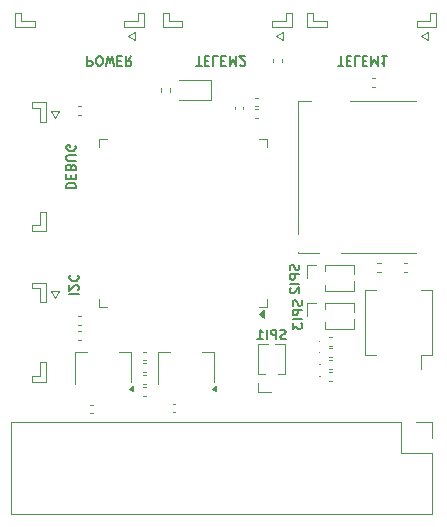
<source format=gbr>
%TF.GenerationSoftware,KiCad,Pcbnew,8.0.8-8.0.8-0~ubuntu24.04.1*%
%TF.CreationDate,2025-02-05T20:44:44+09:00*%
%TF.ProjectId,STM32-FC,53544d33-322d-4464-932e-6b696361645f,rev?*%
%TF.SameCoordinates,Original*%
%TF.FileFunction,Legend,Bot*%
%TF.FilePolarity,Positive*%
%FSLAX46Y46*%
G04 Gerber Fmt 4.6, Leading zero omitted, Abs format (unit mm)*
G04 Created by KiCad (PCBNEW 8.0.8-8.0.8-0~ubuntu24.04.1) date 2025-02-05 20:44:44*
%MOMM*%
%LPD*%
G01*
G04 APERTURE LIST*
%ADD10C,0.160000*%
%ADD11C,0.120000*%
%ADD12C,0.100000*%
G04 APERTURE END LIST*
D10*
X144450000Y-100553680D02*
X144335714Y-100591775D01*
X144335714Y-100591775D02*
X144145238Y-100591775D01*
X144145238Y-100591775D02*
X144069047Y-100553680D01*
X144069047Y-100553680D02*
X144030952Y-100515584D01*
X144030952Y-100515584D02*
X143992857Y-100439394D01*
X143992857Y-100439394D02*
X143992857Y-100363203D01*
X143992857Y-100363203D02*
X144030952Y-100287013D01*
X144030952Y-100287013D02*
X144069047Y-100248918D01*
X144069047Y-100248918D02*
X144145238Y-100210822D01*
X144145238Y-100210822D02*
X144297619Y-100172727D01*
X144297619Y-100172727D02*
X144373809Y-100134632D01*
X144373809Y-100134632D02*
X144411904Y-100096537D01*
X144411904Y-100096537D02*
X144450000Y-100020346D01*
X144450000Y-100020346D02*
X144450000Y-99944156D01*
X144450000Y-99944156D02*
X144411904Y-99867965D01*
X144411904Y-99867965D02*
X144373809Y-99829870D01*
X144373809Y-99829870D02*
X144297619Y-99791775D01*
X144297619Y-99791775D02*
X144107142Y-99791775D01*
X144107142Y-99791775D02*
X143992857Y-99829870D01*
X143649999Y-100591775D02*
X143649999Y-99791775D01*
X143649999Y-99791775D02*
X143345237Y-99791775D01*
X143345237Y-99791775D02*
X143269047Y-99829870D01*
X143269047Y-99829870D02*
X143230952Y-99867965D01*
X143230952Y-99867965D02*
X143192856Y-99944156D01*
X143192856Y-99944156D02*
X143192856Y-100058441D01*
X143192856Y-100058441D02*
X143230952Y-100134632D01*
X143230952Y-100134632D02*
X143269047Y-100172727D01*
X143269047Y-100172727D02*
X143345237Y-100210822D01*
X143345237Y-100210822D02*
X143649999Y-100210822D01*
X142849999Y-100591775D02*
X142849999Y-99791775D01*
X142050000Y-100591775D02*
X142507143Y-100591775D01*
X142278571Y-100591775D02*
X142278571Y-99791775D01*
X142278571Y-99791775D02*
X142354762Y-99906060D01*
X142354762Y-99906060D02*
X142430952Y-99982251D01*
X142430952Y-99982251D02*
X142507143Y-100020346D01*
X145803680Y-97299999D02*
X145841775Y-97414285D01*
X145841775Y-97414285D02*
X145841775Y-97604761D01*
X145841775Y-97604761D02*
X145803680Y-97680952D01*
X145803680Y-97680952D02*
X145765584Y-97719047D01*
X145765584Y-97719047D02*
X145689394Y-97757142D01*
X145689394Y-97757142D02*
X145613203Y-97757142D01*
X145613203Y-97757142D02*
X145537013Y-97719047D01*
X145537013Y-97719047D02*
X145498918Y-97680952D01*
X145498918Y-97680952D02*
X145460822Y-97604761D01*
X145460822Y-97604761D02*
X145422727Y-97452380D01*
X145422727Y-97452380D02*
X145384632Y-97376190D01*
X145384632Y-97376190D02*
X145346537Y-97338095D01*
X145346537Y-97338095D02*
X145270346Y-97299999D01*
X145270346Y-97299999D02*
X145194156Y-97299999D01*
X145194156Y-97299999D02*
X145117965Y-97338095D01*
X145117965Y-97338095D02*
X145079870Y-97376190D01*
X145079870Y-97376190D02*
X145041775Y-97452380D01*
X145041775Y-97452380D02*
X145041775Y-97642857D01*
X145041775Y-97642857D02*
X145079870Y-97757142D01*
X145841775Y-98100000D02*
X145041775Y-98100000D01*
X145041775Y-98100000D02*
X145041775Y-98404762D01*
X145041775Y-98404762D02*
X145079870Y-98480952D01*
X145079870Y-98480952D02*
X145117965Y-98519047D01*
X145117965Y-98519047D02*
X145194156Y-98557143D01*
X145194156Y-98557143D02*
X145308441Y-98557143D01*
X145308441Y-98557143D02*
X145384632Y-98519047D01*
X145384632Y-98519047D02*
X145422727Y-98480952D01*
X145422727Y-98480952D02*
X145460822Y-98404762D01*
X145460822Y-98404762D02*
X145460822Y-98100000D01*
X145841775Y-98900000D02*
X145041775Y-98900000D01*
X145041775Y-99204761D02*
X145041775Y-99699999D01*
X145041775Y-99699999D02*
X145346537Y-99433333D01*
X145346537Y-99433333D02*
X145346537Y-99547618D01*
X145346537Y-99547618D02*
X145384632Y-99623809D01*
X145384632Y-99623809D02*
X145422727Y-99661904D01*
X145422727Y-99661904D02*
X145498918Y-99699999D01*
X145498918Y-99699999D02*
X145689394Y-99699999D01*
X145689394Y-99699999D02*
X145765584Y-99661904D01*
X145765584Y-99661904D02*
X145803680Y-99623809D01*
X145803680Y-99623809D02*
X145841775Y-99547618D01*
X145841775Y-99547618D02*
X145841775Y-99319047D01*
X145841775Y-99319047D02*
X145803680Y-99242856D01*
X145803680Y-99242856D02*
X145765584Y-99204761D01*
X145573680Y-94299999D02*
X145611775Y-94414285D01*
X145611775Y-94414285D02*
X145611775Y-94604761D01*
X145611775Y-94604761D02*
X145573680Y-94680952D01*
X145573680Y-94680952D02*
X145535584Y-94719047D01*
X145535584Y-94719047D02*
X145459394Y-94757142D01*
X145459394Y-94757142D02*
X145383203Y-94757142D01*
X145383203Y-94757142D02*
X145307013Y-94719047D01*
X145307013Y-94719047D02*
X145268918Y-94680952D01*
X145268918Y-94680952D02*
X145230822Y-94604761D01*
X145230822Y-94604761D02*
X145192727Y-94452380D01*
X145192727Y-94452380D02*
X145154632Y-94376190D01*
X145154632Y-94376190D02*
X145116537Y-94338095D01*
X145116537Y-94338095D02*
X145040346Y-94299999D01*
X145040346Y-94299999D02*
X144964156Y-94299999D01*
X144964156Y-94299999D02*
X144887965Y-94338095D01*
X144887965Y-94338095D02*
X144849870Y-94376190D01*
X144849870Y-94376190D02*
X144811775Y-94452380D01*
X144811775Y-94452380D02*
X144811775Y-94642857D01*
X144811775Y-94642857D02*
X144849870Y-94757142D01*
X145611775Y-95100000D02*
X144811775Y-95100000D01*
X144811775Y-95100000D02*
X144811775Y-95404762D01*
X144811775Y-95404762D02*
X144849870Y-95480952D01*
X144849870Y-95480952D02*
X144887965Y-95519047D01*
X144887965Y-95519047D02*
X144964156Y-95557143D01*
X144964156Y-95557143D02*
X145078441Y-95557143D01*
X145078441Y-95557143D02*
X145154632Y-95519047D01*
X145154632Y-95519047D02*
X145192727Y-95480952D01*
X145192727Y-95480952D02*
X145230822Y-95404762D01*
X145230822Y-95404762D02*
X145230822Y-95100000D01*
X145611775Y-95900000D02*
X144811775Y-95900000D01*
X144887965Y-96242856D02*
X144849870Y-96280952D01*
X144849870Y-96280952D02*
X144811775Y-96357142D01*
X144811775Y-96357142D02*
X144811775Y-96547618D01*
X144811775Y-96547618D02*
X144849870Y-96623809D01*
X144849870Y-96623809D02*
X144887965Y-96661904D01*
X144887965Y-96661904D02*
X144964156Y-96699999D01*
X144964156Y-96699999D02*
X145040346Y-96699999D01*
X145040346Y-96699999D02*
X145154632Y-96661904D01*
X145154632Y-96661904D02*
X145611775Y-96204761D01*
X145611775Y-96204761D02*
X145611775Y-96699999D01*
X136885713Y-77438224D02*
X137342856Y-77438224D01*
X137114284Y-76638224D02*
X137114284Y-77438224D01*
X137609523Y-77057272D02*
X137876189Y-77057272D01*
X137990475Y-76638224D02*
X137609523Y-76638224D01*
X137609523Y-76638224D02*
X137609523Y-77438224D01*
X137609523Y-77438224D02*
X137990475Y-77438224D01*
X138714285Y-76638224D02*
X138333333Y-76638224D01*
X138333333Y-76638224D02*
X138333333Y-77438224D01*
X138980952Y-77057272D02*
X139247618Y-77057272D01*
X139361904Y-76638224D02*
X138980952Y-76638224D01*
X138980952Y-76638224D02*
X138980952Y-77438224D01*
X138980952Y-77438224D02*
X139361904Y-77438224D01*
X139704762Y-76638224D02*
X139704762Y-77438224D01*
X139704762Y-77438224D02*
X139971428Y-76866796D01*
X139971428Y-76866796D02*
X140238095Y-77438224D01*
X140238095Y-77438224D02*
X140238095Y-76638224D01*
X140580952Y-77362034D02*
X140619048Y-77400129D01*
X140619048Y-77400129D02*
X140695238Y-77438224D01*
X140695238Y-77438224D02*
X140885714Y-77438224D01*
X140885714Y-77438224D02*
X140961905Y-77400129D01*
X140961905Y-77400129D02*
X141000000Y-77362034D01*
X141000000Y-77362034D02*
X141038095Y-77285843D01*
X141038095Y-77285843D02*
X141038095Y-77209653D01*
X141038095Y-77209653D02*
X141000000Y-77095367D01*
X141000000Y-77095367D02*
X140542857Y-76638224D01*
X140542857Y-76638224D02*
X141038095Y-76638224D01*
X125888224Y-87790475D02*
X126688224Y-87790475D01*
X126688224Y-87790475D02*
X126688224Y-87599999D01*
X126688224Y-87599999D02*
X126650129Y-87485713D01*
X126650129Y-87485713D02*
X126573939Y-87409523D01*
X126573939Y-87409523D02*
X126497748Y-87371428D01*
X126497748Y-87371428D02*
X126345367Y-87333332D01*
X126345367Y-87333332D02*
X126231081Y-87333332D01*
X126231081Y-87333332D02*
X126078700Y-87371428D01*
X126078700Y-87371428D02*
X126002510Y-87409523D01*
X126002510Y-87409523D02*
X125926320Y-87485713D01*
X125926320Y-87485713D02*
X125888224Y-87599999D01*
X125888224Y-87599999D02*
X125888224Y-87790475D01*
X126307272Y-86990475D02*
X126307272Y-86723809D01*
X125888224Y-86609523D02*
X125888224Y-86990475D01*
X125888224Y-86990475D02*
X126688224Y-86990475D01*
X126688224Y-86990475D02*
X126688224Y-86609523D01*
X126307272Y-85999999D02*
X126269177Y-85885713D01*
X126269177Y-85885713D02*
X126231081Y-85847618D01*
X126231081Y-85847618D02*
X126154891Y-85809522D01*
X126154891Y-85809522D02*
X126040605Y-85809522D01*
X126040605Y-85809522D02*
X125964415Y-85847618D01*
X125964415Y-85847618D02*
X125926320Y-85885713D01*
X125926320Y-85885713D02*
X125888224Y-85961903D01*
X125888224Y-85961903D02*
X125888224Y-86266665D01*
X125888224Y-86266665D02*
X126688224Y-86266665D01*
X126688224Y-86266665D02*
X126688224Y-85999999D01*
X126688224Y-85999999D02*
X126650129Y-85923808D01*
X126650129Y-85923808D02*
X126612034Y-85885713D01*
X126612034Y-85885713D02*
X126535843Y-85847618D01*
X126535843Y-85847618D02*
X126459653Y-85847618D01*
X126459653Y-85847618D02*
X126383462Y-85885713D01*
X126383462Y-85885713D02*
X126345367Y-85923808D01*
X126345367Y-85923808D02*
X126307272Y-85999999D01*
X126307272Y-85999999D02*
X126307272Y-86266665D01*
X126688224Y-85466665D02*
X126040605Y-85466665D01*
X126040605Y-85466665D02*
X125964415Y-85428570D01*
X125964415Y-85428570D02*
X125926320Y-85390475D01*
X125926320Y-85390475D02*
X125888224Y-85314284D01*
X125888224Y-85314284D02*
X125888224Y-85161903D01*
X125888224Y-85161903D02*
X125926320Y-85085713D01*
X125926320Y-85085713D02*
X125964415Y-85047618D01*
X125964415Y-85047618D02*
X126040605Y-85009522D01*
X126040605Y-85009522D02*
X126688224Y-85009522D01*
X126650129Y-84209523D02*
X126688224Y-84285713D01*
X126688224Y-84285713D02*
X126688224Y-84399999D01*
X126688224Y-84399999D02*
X126650129Y-84514285D01*
X126650129Y-84514285D02*
X126573939Y-84590475D01*
X126573939Y-84590475D02*
X126497748Y-84628570D01*
X126497748Y-84628570D02*
X126345367Y-84666666D01*
X126345367Y-84666666D02*
X126231081Y-84666666D01*
X126231081Y-84666666D02*
X126078700Y-84628570D01*
X126078700Y-84628570D02*
X126002510Y-84590475D01*
X126002510Y-84590475D02*
X125926320Y-84514285D01*
X125926320Y-84514285D02*
X125888224Y-84399999D01*
X125888224Y-84399999D02*
X125888224Y-84323808D01*
X125888224Y-84323808D02*
X125926320Y-84209523D01*
X125926320Y-84209523D02*
X125964415Y-84171427D01*
X125964415Y-84171427D02*
X126231081Y-84171427D01*
X126231081Y-84171427D02*
X126231081Y-84323808D01*
X127652381Y-76638224D02*
X127652381Y-77438224D01*
X127652381Y-77438224D02*
X127957143Y-77438224D01*
X127957143Y-77438224D02*
X128033333Y-77400129D01*
X128033333Y-77400129D02*
X128071428Y-77362034D01*
X128071428Y-77362034D02*
X128109524Y-77285843D01*
X128109524Y-77285843D02*
X128109524Y-77171558D01*
X128109524Y-77171558D02*
X128071428Y-77095367D01*
X128071428Y-77095367D02*
X128033333Y-77057272D01*
X128033333Y-77057272D02*
X127957143Y-77019177D01*
X127957143Y-77019177D02*
X127652381Y-77019177D01*
X128604762Y-77438224D02*
X128757143Y-77438224D01*
X128757143Y-77438224D02*
X128833333Y-77400129D01*
X128833333Y-77400129D02*
X128909524Y-77323939D01*
X128909524Y-77323939D02*
X128947619Y-77171558D01*
X128947619Y-77171558D02*
X128947619Y-76904891D01*
X128947619Y-76904891D02*
X128909524Y-76752510D01*
X128909524Y-76752510D02*
X128833333Y-76676320D01*
X128833333Y-76676320D02*
X128757143Y-76638224D01*
X128757143Y-76638224D02*
X128604762Y-76638224D01*
X128604762Y-76638224D02*
X128528571Y-76676320D01*
X128528571Y-76676320D02*
X128452381Y-76752510D01*
X128452381Y-76752510D02*
X128414285Y-76904891D01*
X128414285Y-76904891D02*
X128414285Y-77171558D01*
X128414285Y-77171558D02*
X128452381Y-77323939D01*
X128452381Y-77323939D02*
X128528571Y-77400129D01*
X128528571Y-77400129D02*
X128604762Y-77438224D01*
X129214285Y-77438224D02*
X129404761Y-76638224D01*
X129404761Y-76638224D02*
X129557142Y-77209653D01*
X129557142Y-77209653D02*
X129709523Y-76638224D01*
X129709523Y-76638224D02*
X129900000Y-77438224D01*
X130204762Y-77057272D02*
X130471428Y-77057272D01*
X130585714Y-76638224D02*
X130204762Y-76638224D01*
X130204762Y-76638224D02*
X130204762Y-77438224D01*
X130204762Y-77438224D02*
X130585714Y-77438224D01*
X131385715Y-76638224D02*
X131119048Y-77019177D01*
X130928572Y-76638224D02*
X130928572Y-77438224D01*
X130928572Y-77438224D02*
X131233334Y-77438224D01*
X131233334Y-77438224D02*
X131309524Y-77400129D01*
X131309524Y-77400129D02*
X131347619Y-77362034D01*
X131347619Y-77362034D02*
X131385715Y-77285843D01*
X131385715Y-77285843D02*
X131385715Y-77171558D01*
X131385715Y-77171558D02*
X131347619Y-77095367D01*
X131347619Y-77095367D02*
X131309524Y-77057272D01*
X131309524Y-77057272D02*
X131233334Y-77019177D01*
X131233334Y-77019177D02*
X130928572Y-77019177D01*
X148885713Y-77438224D02*
X149342856Y-77438224D01*
X149114284Y-76638224D02*
X149114284Y-77438224D01*
X149609523Y-77057272D02*
X149876189Y-77057272D01*
X149990475Y-76638224D02*
X149609523Y-76638224D01*
X149609523Y-76638224D02*
X149609523Y-77438224D01*
X149609523Y-77438224D02*
X149990475Y-77438224D01*
X150714285Y-76638224D02*
X150333333Y-76638224D01*
X150333333Y-76638224D02*
X150333333Y-77438224D01*
X150980952Y-77057272D02*
X151247618Y-77057272D01*
X151361904Y-76638224D02*
X150980952Y-76638224D01*
X150980952Y-76638224D02*
X150980952Y-77438224D01*
X150980952Y-77438224D02*
X151361904Y-77438224D01*
X151704762Y-76638224D02*
X151704762Y-77438224D01*
X151704762Y-77438224D02*
X151971428Y-76866796D01*
X151971428Y-76866796D02*
X152238095Y-77438224D01*
X152238095Y-77438224D02*
X152238095Y-76638224D01*
X153038095Y-76638224D02*
X152580952Y-76638224D01*
X152809524Y-76638224D02*
X152809524Y-77438224D01*
X152809524Y-77438224D02*
X152733333Y-77323939D01*
X152733333Y-77323939D02*
X152657143Y-77247748D01*
X152657143Y-77247748D02*
X152580952Y-77209653D01*
X126138224Y-96780951D02*
X126938224Y-96780951D01*
X126862034Y-96438095D02*
X126900129Y-96399999D01*
X126900129Y-96399999D02*
X126938224Y-96323809D01*
X126938224Y-96323809D02*
X126938224Y-96133333D01*
X126938224Y-96133333D02*
X126900129Y-96057142D01*
X126900129Y-96057142D02*
X126862034Y-96019047D01*
X126862034Y-96019047D02*
X126785843Y-95980952D01*
X126785843Y-95980952D02*
X126709653Y-95980952D01*
X126709653Y-95980952D02*
X126595367Y-96019047D01*
X126595367Y-96019047D02*
X126138224Y-96476190D01*
X126138224Y-96476190D02*
X126138224Y-95980952D01*
X126214415Y-95180951D02*
X126176320Y-95219047D01*
X126176320Y-95219047D02*
X126138224Y-95333332D01*
X126138224Y-95333332D02*
X126138224Y-95409523D01*
X126138224Y-95409523D02*
X126176320Y-95523809D01*
X126176320Y-95523809D02*
X126252510Y-95599999D01*
X126252510Y-95599999D02*
X126328700Y-95638094D01*
X126328700Y-95638094D02*
X126481081Y-95676190D01*
X126481081Y-95676190D02*
X126595367Y-95676190D01*
X126595367Y-95676190D02*
X126747748Y-95638094D01*
X126747748Y-95638094D02*
X126823939Y-95599999D01*
X126823939Y-95599999D02*
X126900129Y-95523809D01*
X126900129Y-95523809D02*
X126938224Y-95409523D01*
X126938224Y-95409523D02*
X126938224Y-95333332D01*
X126938224Y-95333332D02*
X126900129Y-95219047D01*
X126900129Y-95219047D02*
X126862034Y-95180951D01*
D11*
%TO.C,R1*%
X152503641Y-94120000D02*
X152196359Y-94120000D01*
X152503641Y-94880000D02*
X152196359Y-94880000D01*
%TO.C,TP1*%
X146240000Y-94290000D02*
X147000000Y-94290000D01*
X146240000Y-95400000D02*
X146240000Y-94290000D01*
X147760000Y-94836529D02*
X147760000Y-94290000D01*
X147760000Y-96510000D02*
X147760000Y-95963471D01*
X150235000Y-94290000D02*
X147760000Y-94290000D01*
X150235000Y-95092470D02*
X150235000Y-94290000D01*
X150235000Y-96510000D02*
X147760000Y-96510000D01*
X150235000Y-96510000D02*
X150235000Y-95707530D01*
%TO.C,C14*%
X135107836Y-106040000D02*
X134892164Y-106040000D01*
X135107836Y-106760000D02*
X134892164Y-106760000D01*
%TO.C,U3*%
X126640000Y-101640000D02*
X127620000Y-101640000D01*
X126640000Y-104360000D02*
X126640000Y-101640000D01*
X131360000Y-101640000D02*
X130380000Y-101640000D01*
X131360000Y-101640000D02*
X131360000Y-104220000D01*
X131540000Y-105010000D02*
X131210000Y-104770000D01*
X131540000Y-104530000D01*
X131540000Y-105010000D01*
G36*
X131540000Y-105010000D02*
G01*
X131210000Y-104770000D01*
X131540000Y-104530000D01*
X131540000Y-105010000D01*
G37*
%TO.C,J6*%
X121231235Y-107630000D02*
X154228765Y-107630000D01*
X121231235Y-115370000D02*
X121231235Y-107630000D01*
X121231235Y-115370000D02*
X156828765Y-115370000D01*
X154228765Y-107630000D02*
X154228765Y-110230000D01*
X154228765Y-110230000D02*
X156828765Y-110230000D01*
X155498765Y-107630000D02*
X156828765Y-107630000D01*
X156828765Y-107630000D02*
X156828765Y-108960000D01*
X156828765Y-115370000D02*
X156828765Y-110230000D01*
D12*
%TO.C,D4*%
X147390000Y-101750000D02*
G75*
G02*
X147290000Y-101750000I-50000J0D01*
G01*
X147290000Y-101750000D02*
G75*
G02*
X147390000Y-101750000I50000J0D01*
G01*
D11*
%TO.C,R30*%
X143370000Y-76846359D02*
X143370000Y-77153641D01*
X144130000Y-76846359D02*
X144130000Y-77153641D01*
D12*
%TO.C,D5*%
X147390000Y-102750000D02*
G75*
G02*
X147290000Y-102750000I-50000J0D01*
G01*
X147290000Y-102750000D02*
G75*
G02*
X147390000Y-102750000I50000J0D01*
G01*
D11*
%TO.C,U4*%
X133640000Y-101640000D02*
X134620000Y-101640000D01*
X133640000Y-104360000D02*
X133640000Y-101640000D01*
X138360000Y-101640000D02*
X137380000Y-101640000D01*
X138360000Y-101640000D02*
X138360000Y-104220000D01*
X138540000Y-105010000D02*
X138210000Y-104770000D01*
X138540000Y-104530000D01*
X138540000Y-105010000D01*
G36*
X138540000Y-105010000D02*
G01*
X138210000Y-104770000D01*
X138540000Y-104530000D01*
X138540000Y-105010000D01*
G37*
%TO.C,TP2*%
X142140000Y-101035000D02*
X142140000Y-103510000D01*
X142140000Y-105030000D02*
X142140000Y-104270000D01*
X142686529Y-103510000D02*
X142140000Y-103510000D01*
X142942470Y-101035000D02*
X142140000Y-101035000D01*
X143250000Y-105030000D02*
X142140000Y-105030000D01*
X144360000Y-101035000D02*
X143557530Y-101035000D01*
X144360000Y-101035000D02*
X144360000Y-103510000D01*
X144360000Y-103510000D02*
X143813471Y-103510000D01*
%TO.C,C12*%
X141892164Y-80160000D02*
X142107836Y-80160000D01*
X141892164Y-80880000D02*
X142107836Y-80880000D01*
%TO.C,J11*%
X146300000Y-72975000D02*
X146800000Y-72975000D01*
X146300000Y-74175000D02*
X146300000Y-72975000D01*
X146800000Y-72975000D02*
X146800000Y-73675000D01*
X146800000Y-73675000D02*
X147950000Y-73675000D01*
X147950000Y-73675000D02*
X147950000Y-74175000D01*
X147950000Y-74175000D02*
X146300000Y-74175000D01*
X155550000Y-73675000D02*
X155550000Y-74175000D01*
X155550000Y-74175000D02*
X157200000Y-74175000D01*
X155875000Y-74925000D02*
X156475000Y-74625000D01*
X156475000Y-74625000D02*
X156475000Y-75225000D01*
X156475000Y-75225000D02*
X155875000Y-74925000D01*
X156700000Y-72975000D02*
X156700000Y-73675000D01*
X156700000Y-73675000D02*
X155550000Y-73675000D01*
X157200000Y-72975000D02*
X156700000Y-72975000D01*
X157200000Y-74175000D02*
X157200000Y-72975000D01*
%TO.C,R7*%
X148403641Y-101370000D02*
X148096359Y-101370000D01*
X148403641Y-102130000D02*
X148096359Y-102130000D01*
%TO.C,C5*%
X127127836Y-80890000D02*
X126912164Y-80890000D01*
X127127836Y-81610000D02*
X126912164Y-81610000D01*
%TO.C,R5*%
X133870000Y-79346359D02*
X133870000Y-79653641D01*
X134630000Y-79346359D02*
X134630000Y-79653641D01*
%TO.C,C17*%
X132607836Y-104640000D02*
X132392164Y-104640000D01*
X132607836Y-105360000D02*
X132392164Y-105360000D01*
%TO.C,J4*%
X145465000Y-80465000D02*
X146625000Y-80465000D01*
X145465000Y-91725000D02*
X145465000Y-80465000D01*
X145465000Y-93335000D02*
X145465000Y-93225000D01*
X147275000Y-93335000D02*
X145465000Y-93335000D01*
X155475000Y-80465000D02*
X149875000Y-80465000D01*
X155475000Y-93335000D02*
X149175000Y-93335000D01*
%TO.C,R4*%
X148403641Y-103370000D02*
X148096359Y-103370000D01*
X148403641Y-104130000D02*
X148096359Y-104130000D01*
D12*
%TO.C,D2*%
X147390000Y-100750000D02*
G75*
G02*
X147290000Y-100750000I-50000J0D01*
G01*
X147290000Y-100750000D02*
G75*
G02*
X147390000Y-100750000I50000J0D01*
G01*
D11*
%TO.C,C13*%
X128107836Y-106140000D02*
X127892164Y-106140000D01*
X128107836Y-106860000D02*
X127892164Y-106860000D01*
%TO.C,R6*%
X148403641Y-100370000D02*
X148096359Y-100370000D01*
X148403641Y-101130000D02*
X148096359Y-101130000D01*
%TO.C,U1*%
X142630000Y-98827500D02*
X142160000Y-98487500D01*
X142630000Y-98147500D01*
X142630000Y-98827500D01*
G36*
X142630000Y-98827500D02*
G01*
X142160000Y-98487500D01*
X142630000Y-98147500D01*
X142630000Y-98827500D01*
G37*
X142860000Y-97860000D02*
X142860000Y-97160000D01*
X142860000Y-83640000D02*
X142860000Y-84340000D01*
X142160000Y-97860000D02*
X142860000Y-97860000D01*
X142160000Y-83640000D02*
X142860000Y-83640000D01*
X129340000Y-97860000D02*
X128640000Y-97860000D01*
X129340000Y-83640000D02*
X128640000Y-83640000D01*
X128640000Y-97860000D02*
X128640000Y-97160000D01*
X128640000Y-83640000D02*
X128640000Y-84340000D01*
%TO.C,C16*%
X132607836Y-102640000D02*
X132392164Y-102640000D01*
X132607836Y-103360000D02*
X132392164Y-103360000D01*
%TO.C,J12*%
X134050000Y-72975000D02*
X134550000Y-72975000D01*
X134050000Y-74175000D02*
X134050000Y-72975000D01*
X134550000Y-72975000D02*
X134550000Y-73675000D01*
X134550000Y-73675000D02*
X135700000Y-73675000D01*
X135700000Y-73675000D02*
X135700000Y-74175000D01*
X135700000Y-74175000D02*
X134050000Y-74175000D01*
X143300000Y-73675000D02*
X143300000Y-74175000D01*
X143300000Y-74175000D02*
X144950000Y-74175000D01*
X143625000Y-74925000D02*
X144225000Y-74625000D01*
X144225000Y-74625000D02*
X144225000Y-75225000D01*
X144225000Y-75225000D02*
X143625000Y-74925000D01*
X144450000Y-72975000D02*
X144450000Y-73675000D01*
X144450000Y-73675000D02*
X143300000Y-73675000D01*
X144950000Y-72975000D02*
X144450000Y-72975000D01*
X144950000Y-74175000D02*
X144950000Y-72975000D01*
%TO.C,R29*%
X152053641Y-78520000D02*
X151746359Y-78520000D01*
X152053641Y-79280000D02*
X151746359Y-79280000D01*
%TO.C,R8*%
X148403641Y-102370000D02*
X148096359Y-102370000D01*
X148403641Y-103130000D02*
X148096359Y-103130000D01*
%TO.C,C15*%
X132607836Y-103640000D02*
X132392164Y-103640000D01*
X132607836Y-104360000D02*
X132392164Y-104360000D01*
%TO.C,J13*%
X122975000Y-95800000D02*
X122975000Y-96300000D01*
X122975000Y-96300000D02*
X123675000Y-96300000D01*
X122975000Y-103700000D02*
X123675000Y-103700000D01*
X122975000Y-104200000D02*
X122975000Y-103700000D01*
X123675000Y-96300000D02*
X123675000Y-97450000D01*
X123675000Y-97450000D02*
X124175000Y-97450000D01*
X123675000Y-102550000D02*
X124175000Y-102550000D01*
X123675000Y-103700000D02*
X123675000Y-102550000D01*
X124175000Y-95800000D02*
X122975000Y-95800000D01*
X124175000Y-97450000D02*
X124175000Y-95800000D01*
X124175000Y-102550000D02*
X124175000Y-104200000D01*
X124175000Y-104200000D02*
X122975000Y-104200000D01*
X124625000Y-96525000D02*
X125225000Y-96525000D01*
X124925000Y-97125000D02*
X124625000Y-96525000D01*
X125225000Y-96525000D02*
X124925000Y-97125000D01*
D12*
%TO.C,D1*%
X147390000Y-103750000D02*
G75*
G02*
X147290000Y-103750000I-50000J0D01*
G01*
X147290000Y-103750000D02*
G75*
G02*
X147390000Y-103750000I50000J0D01*
G01*
D11*
%TO.C,D3*%
X135450000Y-78650000D02*
X138110000Y-78650000D01*
X135450000Y-80350000D02*
X138110000Y-80350000D01*
X138110000Y-80350000D02*
X138110000Y-78650000D01*
%TO.C,TP3*%
X146240000Y-97490000D02*
X147000000Y-97490000D01*
X146240000Y-98600000D02*
X146240000Y-97490000D01*
X147760000Y-98036529D02*
X147760000Y-97490000D01*
X147760000Y-99710000D02*
X147760000Y-99163471D01*
X150235000Y-97490000D02*
X147760000Y-97490000D01*
X150235000Y-98292470D02*
X150235000Y-97490000D01*
X150235000Y-99710000D02*
X147760000Y-99710000D01*
X150235000Y-99710000D02*
X150235000Y-98907530D01*
%TO.C,SW2*%
X151134000Y-96440000D02*
X151134000Y-101961000D01*
X151134000Y-96440000D02*
X152110000Y-96440000D01*
X151134000Y-101961000D02*
X152110000Y-101961000D01*
X155890000Y-96440000D02*
X156865000Y-96440000D01*
X155950000Y-101961000D02*
X155950000Y-103151000D01*
X155950000Y-101961000D02*
X156865000Y-101961000D01*
X156865000Y-96440000D02*
X156865000Y-101961000D01*
%TO.C,R32*%
X126846359Y-98620000D02*
X127153641Y-98620000D01*
X126846359Y-99380000D02*
X127153641Y-99380000D01*
%TO.C,C6*%
X140140000Y-80892164D02*
X140140000Y-81107836D01*
X140860000Y-80892164D02*
X140860000Y-81107836D01*
%TO.C,J3*%
X121550000Y-72975000D02*
X122050000Y-72975000D01*
X121550000Y-74175000D02*
X121550000Y-72975000D01*
X122050000Y-72975000D02*
X122050000Y-73675000D01*
X122050000Y-73675000D02*
X123200000Y-73675000D01*
X123200000Y-73675000D02*
X123200000Y-74175000D01*
X123200000Y-74175000D02*
X121550000Y-74175000D01*
X130800000Y-73675000D02*
X130800000Y-74175000D01*
X130800000Y-74175000D02*
X132450000Y-74175000D01*
X131125000Y-74925000D02*
X131725000Y-74625000D01*
X131725000Y-74625000D02*
X131725000Y-75225000D01*
X131725000Y-75225000D02*
X131125000Y-74925000D01*
X131950000Y-72975000D02*
X131950000Y-73675000D01*
X131950000Y-73675000D02*
X130800000Y-73675000D01*
X132450000Y-72975000D02*
X131950000Y-72975000D01*
X132450000Y-74175000D02*
X132450000Y-72975000D01*
%TO.C,J1*%
X122975000Y-80550000D02*
X122975000Y-81050000D01*
X122975000Y-81050000D02*
X123675000Y-81050000D01*
X122975000Y-90950000D02*
X123675000Y-90950000D01*
X122975000Y-91450000D02*
X122975000Y-90950000D01*
X123675000Y-81050000D02*
X123675000Y-82200000D01*
X123675000Y-82200000D02*
X124175000Y-82200000D01*
X123675000Y-89800000D02*
X124175000Y-89800000D01*
X123675000Y-90950000D02*
X123675000Y-89800000D01*
X124175000Y-80550000D02*
X122975000Y-80550000D01*
X124175000Y-82200000D02*
X124175000Y-80550000D01*
X124175000Y-89800000D02*
X124175000Y-91450000D01*
X124175000Y-91450000D02*
X122975000Y-91450000D01*
X124625000Y-81275000D02*
X125225000Y-81275000D01*
X124925000Y-81875000D02*
X124625000Y-81275000D01*
X125225000Y-81275000D02*
X124925000Y-81875000D01*
%TO.C,R31*%
X126846359Y-99870000D02*
X127153641Y-99870000D01*
X126846359Y-100630000D02*
X127153641Y-100630000D01*
%TO.C,C18*%
X132607836Y-101640000D02*
X132392164Y-101640000D01*
X132607836Y-102360000D02*
X132392164Y-102360000D01*
%TO.C,R2*%
X154446359Y-94120000D02*
X154753641Y-94120000D01*
X154446359Y-94880000D02*
X154753641Y-94880000D01*
%TO.C,C11*%
X141892164Y-81140000D02*
X142107836Y-81140000D01*
X141892164Y-81860000D02*
X142107836Y-81860000D01*
%TD*%
M02*

</source>
